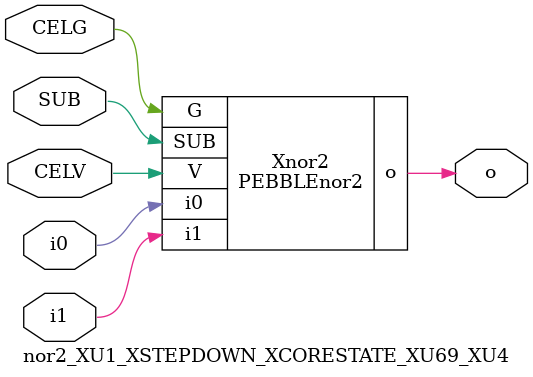
<source format=v>



module PEBBLEnor2 ( o, G, SUB, V, i0, i1 );

  input i0;
  input V;
  input i1;
  input G;
  output o;
  input SUB;
endmodule

//Celera Confidential Do Not Copy nor2_XU1_XSTEPDOWN_XCORESTATE_XU69_XU4
//Celera Confidential Symbol Generator
//nor2
module nor2_XU1_XSTEPDOWN_XCORESTATE_XU69_XU4 (CELV,CELG,i0,i1,o,SUB);
input CELV;
input CELG;
input i0;
input i1;
input SUB;
output o;

//Celera Confidential Do Not Copy nor2
PEBBLEnor2 Xnor2(
.V (CELV),
.i0 (i0),
.i1 (i1),
.o (o),
.SUB (SUB),
.G (CELG)
);
//,diesize,PEBBLEnor2

//Celera Confidential Do Not Copy Module End
//Celera Schematic Generator
endmodule

</source>
